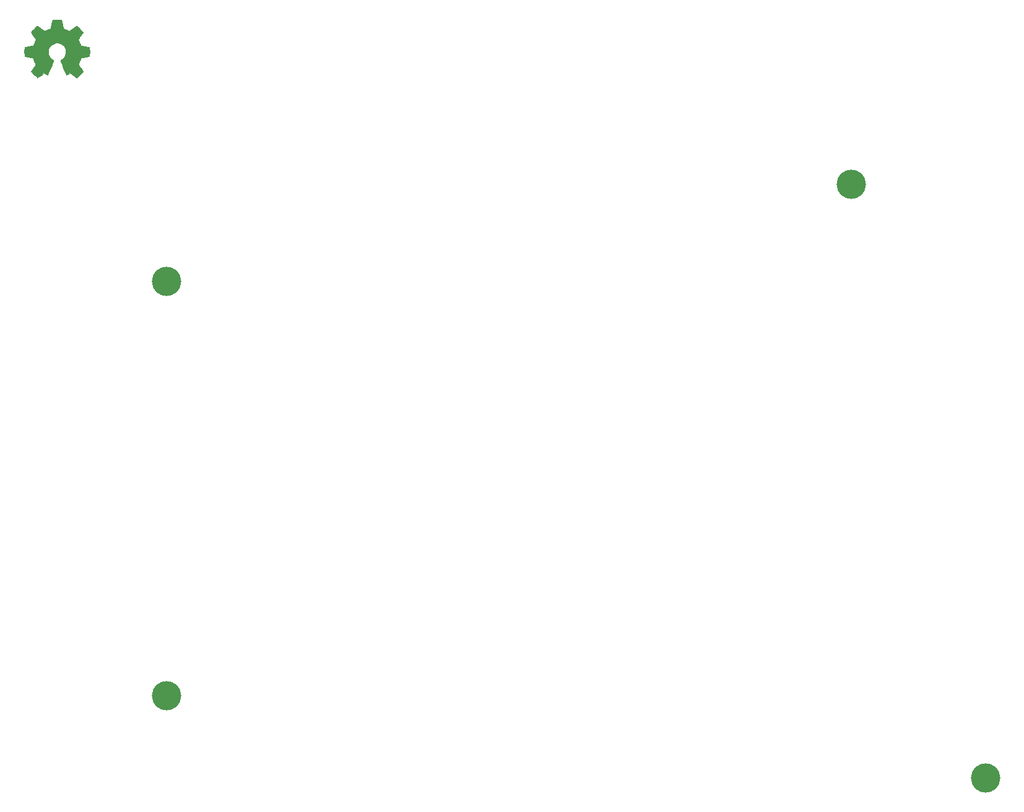
<source format=gbs>
G04 #@! TF.GenerationSoftware,KiCad,Pcbnew,(5.1.5)-3*
G04 #@! TF.CreationDate,2020-05-15T01:32:17+04:00*
G04 #@! TF.ProjectId,redox_rev2_ng-BOTTOM,7265646f-785f-4726-9576-325f6e672d42,2.0 NG*
G04 #@! TF.SameCoordinates,Original*
G04 #@! TF.FileFunction,Soldermask,Bot*
G04 #@! TF.FilePolarity,Negative*
%FSLAX46Y46*%
G04 Gerber Fmt 4.6, Leading zero omitted, Abs format (unit mm)*
G04 Created by KiCad (PCBNEW (5.1.5)-3) date 2020-05-15 01:32:17*
%MOMM*%
%LPD*%
G04 APERTURE LIST*
%ADD10C,0.010000*%
%ADD11C,4.000000*%
G04 APERTURE END LIST*
D10*
G36*
X86553464Y-39750427D02*
G01*
X86440882Y-40347618D01*
X86025469Y-40518865D01*
X85610055Y-40690112D01*
X85111698Y-40351233D01*
X84972131Y-40256877D01*
X84845971Y-40172630D01*
X84739104Y-40102338D01*
X84657417Y-40049847D01*
X84606798Y-40019004D01*
X84593013Y-40012353D01*
X84568179Y-40029458D01*
X84515111Y-40076744D01*
X84439759Y-40148172D01*
X84348070Y-40237700D01*
X84245992Y-40339289D01*
X84139473Y-40446898D01*
X84034463Y-40554487D01*
X83936908Y-40656015D01*
X83852757Y-40745441D01*
X83787959Y-40816726D01*
X83748462Y-40863828D01*
X83739019Y-40879592D01*
X83752608Y-40908653D01*
X83790706Y-40972321D01*
X83849306Y-41064367D01*
X83924402Y-41178564D01*
X84011991Y-41308684D01*
X84062745Y-41382901D01*
X84155254Y-41518422D01*
X84237459Y-41640716D01*
X84305369Y-41743695D01*
X84354999Y-41821273D01*
X84382359Y-41867361D01*
X84386470Y-41877047D01*
X84377150Y-41904574D01*
X84351745Y-41968728D01*
X84314088Y-42060490D01*
X84268013Y-42170839D01*
X84217353Y-42290755D01*
X84165940Y-42411219D01*
X84117610Y-42523209D01*
X84076193Y-42617707D01*
X84045525Y-42685692D01*
X84029438Y-42718143D01*
X84028488Y-42719420D01*
X84003227Y-42725617D01*
X83935954Y-42739440D01*
X83833639Y-42759532D01*
X83703258Y-42784534D01*
X83551783Y-42813086D01*
X83463406Y-42829551D01*
X83301547Y-42860369D01*
X83155350Y-42889694D01*
X83032212Y-42915921D01*
X82939530Y-42937446D01*
X82884698Y-42952665D01*
X82873676Y-42957493D01*
X82862881Y-42990174D01*
X82854170Y-43063985D01*
X82847539Y-43170292D01*
X82842981Y-43300467D01*
X82840490Y-43445876D01*
X82840061Y-43597890D01*
X82841688Y-43747877D01*
X82845364Y-43887206D01*
X82851084Y-44007245D01*
X82858842Y-44099365D01*
X82868631Y-44154932D01*
X82874503Y-44166500D01*
X82909600Y-44180365D01*
X82983971Y-44200188D01*
X83087776Y-44223639D01*
X83211180Y-44248391D01*
X83254258Y-44256398D01*
X83461952Y-44294441D01*
X83626015Y-44325079D01*
X83751869Y-44349529D01*
X83844934Y-44369009D01*
X83910632Y-44384736D01*
X83954382Y-44397928D01*
X83981607Y-44409804D01*
X83997727Y-44421580D01*
X83999982Y-44423908D01*
X84022496Y-44461400D01*
X84056841Y-44534365D01*
X84099588Y-44633867D01*
X84147307Y-44750973D01*
X84196569Y-44876748D01*
X84243944Y-45002257D01*
X84286004Y-45118565D01*
X84319319Y-45216739D01*
X84340458Y-45287843D01*
X84345994Y-45322942D01*
X84345533Y-45324172D01*
X84326776Y-45352861D01*
X84284223Y-45415985D01*
X84222346Y-45506973D01*
X84145617Y-45619255D01*
X84058508Y-45746260D01*
X84033701Y-45782353D01*
X83945247Y-45913203D01*
X83867411Y-46032591D01*
X83804433Y-46133662D01*
X83760554Y-46209559D01*
X83740014Y-46253427D01*
X83739019Y-46258817D01*
X83756277Y-46287144D01*
X83803964Y-46343261D01*
X83875949Y-46421137D01*
X83966102Y-46514740D01*
X84068294Y-46618041D01*
X84176394Y-46725006D01*
X84284271Y-46829606D01*
X84385795Y-46925809D01*
X84474837Y-47007584D01*
X84545266Y-47068900D01*
X84590952Y-47103726D01*
X84603590Y-47109412D01*
X84633008Y-47096020D01*
X84693238Y-47059899D01*
X84774470Y-47007136D01*
X84836969Y-46964667D01*
X84950214Y-46886740D01*
X85084325Y-46794984D01*
X85218844Y-46703375D01*
X85291166Y-46654346D01*
X85535961Y-46488770D01*
X85741449Y-46599875D01*
X85835063Y-46648548D01*
X85914669Y-46686381D01*
X85968532Y-46707958D01*
X85982242Y-46710961D01*
X85998729Y-46688793D01*
X86031254Y-46626149D01*
X86077391Y-46528809D01*
X86134709Y-46402549D01*
X86200783Y-46253150D01*
X86273184Y-46086388D01*
X86349483Y-45908042D01*
X86427253Y-45723891D01*
X86504065Y-45539712D01*
X86577493Y-45361285D01*
X86645107Y-45194387D01*
X86704479Y-45044797D01*
X86753183Y-44918293D01*
X86788789Y-44820654D01*
X86808869Y-44757657D01*
X86812099Y-44736021D01*
X86786503Y-44708424D01*
X86730461Y-44663625D01*
X86655688Y-44610934D01*
X86649412Y-44606765D01*
X86456154Y-44452069D01*
X86300325Y-44271591D01*
X86183275Y-44071102D01*
X86106354Y-43856374D01*
X86070913Y-43633177D01*
X86078302Y-43407281D01*
X86129872Y-43184459D01*
X86226973Y-42970479D01*
X86255541Y-42923664D01*
X86404131Y-42734618D01*
X86579672Y-42582812D01*
X86776089Y-42469034D01*
X86987306Y-42394075D01*
X87207246Y-42358722D01*
X87429836Y-42363767D01*
X87648998Y-42409999D01*
X87858657Y-42498206D01*
X88052738Y-42629179D01*
X88112773Y-42682337D01*
X88265564Y-42848739D01*
X88376902Y-43023912D01*
X88453276Y-43220266D01*
X88495812Y-43414717D01*
X88506313Y-43633342D01*
X88471299Y-43853052D01*
X88394326Y-44066420D01*
X88278952Y-44266022D01*
X88128734Y-44444429D01*
X87947226Y-44594217D01*
X87923372Y-44610006D01*
X87847798Y-44661712D01*
X87790348Y-44706512D01*
X87762882Y-44735117D01*
X87762482Y-44736021D01*
X87768379Y-44766964D01*
X87791754Y-44837191D01*
X87830178Y-44940925D01*
X87881222Y-45072390D01*
X87942457Y-45225807D01*
X88011455Y-45395401D01*
X88085786Y-45575393D01*
X88163021Y-45760008D01*
X88240731Y-45943468D01*
X88316488Y-46119996D01*
X88387862Y-46283814D01*
X88452425Y-46429147D01*
X88507747Y-46550217D01*
X88551399Y-46641247D01*
X88580953Y-46696460D01*
X88592855Y-46710961D01*
X88629222Y-46699669D01*
X88697269Y-46669385D01*
X88785263Y-46625520D01*
X88833649Y-46599875D01*
X89039136Y-46488770D01*
X89283931Y-46654346D01*
X89408893Y-46739170D01*
X89545704Y-46832516D01*
X89673911Y-46920408D01*
X89738128Y-46964667D01*
X89828448Y-47025318D01*
X89904928Y-47073381D01*
X89957592Y-47102770D01*
X89974697Y-47108982D01*
X89999594Y-47092223D01*
X90054694Y-47045436D01*
X90134656Y-46973480D01*
X90234139Y-46881212D01*
X90347799Y-46773490D01*
X90419684Y-46704326D01*
X90545448Y-46580757D01*
X90654136Y-46470234D01*
X90741354Y-46377485D01*
X90802710Y-46307237D01*
X90833808Y-46264220D01*
X90836791Y-46255490D01*
X90822946Y-46222284D01*
X90784687Y-46155142D01*
X90726258Y-46060863D01*
X90651902Y-45946245D01*
X90565864Y-45818083D01*
X90541397Y-45782353D01*
X90452245Y-45652489D01*
X90372261Y-45535569D01*
X90305919Y-45438162D01*
X90257688Y-45366839D01*
X90232042Y-45328170D01*
X90229564Y-45324172D01*
X90233270Y-45293355D01*
X90252938Y-45225599D01*
X90285139Y-45129839D01*
X90326444Y-45015009D01*
X90373424Y-44890044D01*
X90422650Y-44763879D01*
X90470691Y-44645448D01*
X90514118Y-44543685D01*
X90549503Y-44467526D01*
X90573415Y-44425904D01*
X90575115Y-44423908D01*
X90589737Y-44412013D01*
X90614434Y-44400250D01*
X90654627Y-44387401D01*
X90715736Y-44372249D01*
X90803182Y-44353576D01*
X90922387Y-44330165D01*
X91078772Y-44300797D01*
X91277756Y-44264255D01*
X91320839Y-44256398D01*
X91448529Y-44231727D01*
X91559846Y-44207593D01*
X91644954Y-44186324D01*
X91694016Y-44170248D01*
X91700594Y-44166500D01*
X91711435Y-44133273D01*
X91720246Y-44059021D01*
X91727023Y-43952376D01*
X91731759Y-43821967D01*
X91734449Y-43676427D01*
X91735086Y-43524386D01*
X91733665Y-43374476D01*
X91730179Y-43235328D01*
X91724623Y-43115572D01*
X91716991Y-43023841D01*
X91707277Y-42968766D01*
X91701421Y-42957493D01*
X91668819Y-42946123D01*
X91594581Y-42927624D01*
X91486103Y-42903602D01*
X91350782Y-42875662D01*
X91196014Y-42845408D01*
X91111692Y-42829551D01*
X90951703Y-42799644D01*
X90809032Y-42772550D01*
X90690651Y-42749631D01*
X90603534Y-42732243D01*
X90554654Y-42721747D01*
X90546609Y-42719420D01*
X90533012Y-42693186D01*
X90504270Y-42629995D01*
X90464214Y-42538877D01*
X90416675Y-42428857D01*
X90365484Y-42308965D01*
X90314473Y-42188227D01*
X90267473Y-42075671D01*
X90228315Y-41980326D01*
X90200830Y-41911217D01*
X90188850Y-41877374D01*
X90188627Y-41875895D01*
X90202208Y-41849197D01*
X90240284Y-41787760D01*
X90298852Y-41697689D01*
X90373911Y-41585090D01*
X90461459Y-41456070D01*
X90512352Y-41381961D01*
X90605090Y-41246077D01*
X90687458Y-41122709D01*
X90755438Y-41018097D01*
X90805011Y-40938483D01*
X90832157Y-40890107D01*
X90836078Y-40879262D01*
X90819224Y-40854020D01*
X90772631Y-40800124D01*
X90702251Y-40723613D01*
X90614034Y-40630523D01*
X90513934Y-40526895D01*
X90407901Y-40418764D01*
X90301888Y-40312170D01*
X90201847Y-40213150D01*
X90113729Y-40127742D01*
X90043486Y-40061985D01*
X89997071Y-40021916D01*
X89981543Y-40012353D01*
X89956260Y-40025800D01*
X89895788Y-40063575D01*
X89806007Y-40121835D01*
X89692796Y-40196734D01*
X89562036Y-40284425D01*
X89463400Y-40351233D01*
X88965042Y-40690112D01*
X88549629Y-40518865D01*
X88134215Y-40347618D01*
X88021633Y-39750427D01*
X87909050Y-39153235D01*
X86666047Y-39153235D01*
X86553464Y-39750427D01*
G37*
X86553464Y-39750427D02*
X86440882Y-40347618D01*
X86025469Y-40518865D01*
X85610055Y-40690112D01*
X85111698Y-40351233D01*
X84972131Y-40256877D01*
X84845971Y-40172630D01*
X84739104Y-40102338D01*
X84657417Y-40049847D01*
X84606798Y-40019004D01*
X84593013Y-40012353D01*
X84568179Y-40029458D01*
X84515111Y-40076744D01*
X84439759Y-40148172D01*
X84348070Y-40237700D01*
X84245992Y-40339289D01*
X84139473Y-40446898D01*
X84034463Y-40554487D01*
X83936908Y-40656015D01*
X83852757Y-40745441D01*
X83787959Y-40816726D01*
X83748462Y-40863828D01*
X83739019Y-40879592D01*
X83752608Y-40908653D01*
X83790706Y-40972321D01*
X83849306Y-41064367D01*
X83924402Y-41178564D01*
X84011991Y-41308684D01*
X84062745Y-41382901D01*
X84155254Y-41518422D01*
X84237459Y-41640716D01*
X84305369Y-41743695D01*
X84354999Y-41821273D01*
X84382359Y-41867361D01*
X84386470Y-41877047D01*
X84377150Y-41904574D01*
X84351745Y-41968728D01*
X84314088Y-42060490D01*
X84268013Y-42170839D01*
X84217353Y-42290755D01*
X84165940Y-42411219D01*
X84117610Y-42523209D01*
X84076193Y-42617707D01*
X84045525Y-42685692D01*
X84029438Y-42718143D01*
X84028488Y-42719420D01*
X84003227Y-42725617D01*
X83935954Y-42739440D01*
X83833639Y-42759532D01*
X83703258Y-42784534D01*
X83551783Y-42813086D01*
X83463406Y-42829551D01*
X83301547Y-42860369D01*
X83155350Y-42889694D01*
X83032212Y-42915921D01*
X82939530Y-42937446D01*
X82884698Y-42952665D01*
X82873676Y-42957493D01*
X82862881Y-42990174D01*
X82854170Y-43063985D01*
X82847539Y-43170292D01*
X82842981Y-43300467D01*
X82840490Y-43445876D01*
X82840061Y-43597890D01*
X82841688Y-43747877D01*
X82845364Y-43887206D01*
X82851084Y-44007245D01*
X82858842Y-44099365D01*
X82868631Y-44154932D01*
X82874503Y-44166500D01*
X82909600Y-44180365D01*
X82983971Y-44200188D01*
X83087776Y-44223639D01*
X83211180Y-44248391D01*
X83254258Y-44256398D01*
X83461952Y-44294441D01*
X83626015Y-44325079D01*
X83751869Y-44349529D01*
X83844934Y-44369009D01*
X83910632Y-44384736D01*
X83954382Y-44397928D01*
X83981607Y-44409804D01*
X83997727Y-44421580D01*
X83999982Y-44423908D01*
X84022496Y-44461400D01*
X84056841Y-44534365D01*
X84099588Y-44633867D01*
X84147307Y-44750973D01*
X84196569Y-44876748D01*
X84243944Y-45002257D01*
X84286004Y-45118565D01*
X84319319Y-45216739D01*
X84340458Y-45287843D01*
X84345994Y-45322942D01*
X84345533Y-45324172D01*
X84326776Y-45352861D01*
X84284223Y-45415985D01*
X84222346Y-45506973D01*
X84145617Y-45619255D01*
X84058508Y-45746260D01*
X84033701Y-45782353D01*
X83945247Y-45913203D01*
X83867411Y-46032591D01*
X83804433Y-46133662D01*
X83760554Y-46209559D01*
X83740014Y-46253427D01*
X83739019Y-46258817D01*
X83756277Y-46287144D01*
X83803964Y-46343261D01*
X83875949Y-46421137D01*
X83966102Y-46514740D01*
X84068294Y-46618041D01*
X84176394Y-46725006D01*
X84284271Y-46829606D01*
X84385795Y-46925809D01*
X84474837Y-47007584D01*
X84545266Y-47068900D01*
X84590952Y-47103726D01*
X84603590Y-47109412D01*
X84633008Y-47096020D01*
X84693238Y-47059899D01*
X84774470Y-47007136D01*
X84836969Y-46964667D01*
X84950214Y-46886740D01*
X85084325Y-46794984D01*
X85218844Y-46703375D01*
X85291166Y-46654346D01*
X85535961Y-46488770D01*
X85741449Y-46599875D01*
X85835063Y-46648548D01*
X85914669Y-46686381D01*
X85968532Y-46707958D01*
X85982242Y-46710961D01*
X85998729Y-46688793D01*
X86031254Y-46626149D01*
X86077391Y-46528809D01*
X86134709Y-46402549D01*
X86200783Y-46253150D01*
X86273184Y-46086388D01*
X86349483Y-45908042D01*
X86427253Y-45723891D01*
X86504065Y-45539712D01*
X86577493Y-45361285D01*
X86645107Y-45194387D01*
X86704479Y-45044797D01*
X86753183Y-44918293D01*
X86788789Y-44820654D01*
X86808869Y-44757657D01*
X86812099Y-44736021D01*
X86786503Y-44708424D01*
X86730461Y-44663625D01*
X86655688Y-44610934D01*
X86649412Y-44606765D01*
X86456154Y-44452069D01*
X86300325Y-44271591D01*
X86183275Y-44071102D01*
X86106354Y-43856374D01*
X86070913Y-43633177D01*
X86078302Y-43407281D01*
X86129872Y-43184459D01*
X86226973Y-42970479D01*
X86255541Y-42923664D01*
X86404131Y-42734618D01*
X86579672Y-42582812D01*
X86776089Y-42469034D01*
X86987306Y-42394075D01*
X87207246Y-42358722D01*
X87429836Y-42363767D01*
X87648998Y-42409999D01*
X87858657Y-42498206D01*
X88052738Y-42629179D01*
X88112773Y-42682337D01*
X88265564Y-42848739D01*
X88376902Y-43023912D01*
X88453276Y-43220266D01*
X88495812Y-43414717D01*
X88506313Y-43633342D01*
X88471299Y-43853052D01*
X88394326Y-44066420D01*
X88278952Y-44266022D01*
X88128734Y-44444429D01*
X87947226Y-44594217D01*
X87923372Y-44610006D01*
X87847798Y-44661712D01*
X87790348Y-44706512D01*
X87762882Y-44735117D01*
X87762482Y-44736021D01*
X87768379Y-44766964D01*
X87791754Y-44837191D01*
X87830178Y-44940925D01*
X87881222Y-45072390D01*
X87942457Y-45225807D01*
X88011455Y-45395401D01*
X88085786Y-45575393D01*
X88163021Y-45760008D01*
X88240731Y-45943468D01*
X88316488Y-46119996D01*
X88387862Y-46283814D01*
X88452425Y-46429147D01*
X88507747Y-46550217D01*
X88551399Y-46641247D01*
X88580953Y-46696460D01*
X88592855Y-46710961D01*
X88629222Y-46699669D01*
X88697269Y-46669385D01*
X88785263Y-46625520D01*
X88833649Y-46599875D01*
X89039136Y-46488770D01*
X89283931Y-46654346D01*
X89408893Y-46739170D01*
X89545704Y-46832516D01*
X89673911Y-46920408D01*
X89738128Y-46964667D01*
X89828448Y-47025318D01*
X89904928Y-47073381D01*
X89957592Y-47102770D01*
X89974697Y-47108982D01*
X89999594Y-47092223D01*
X90054694Y-47045436D01*
X90134656Y-46973480D01*
X90234139Y-46881212D01*
X90347799Y-46773490D01*
X90419684Y-46704326D01*
X90545448Y-46580757D01*
X90654136Y-46470234D01*
X90741354Y-46377485D01*
X90802710Y-46307237D01*
X90833808Y-46264220D01*
X90836791Y-46255490D01*
X90822946Y-46222284D01*
X90784687Y-46155142D01*
X90726258Y-46060863D01*
X90651902Y-45946245D01*
X90565864Y-45818083D01*
X90541397Y-45782353D01*
X90452245Y-45652489D01*
X90372261Y-45535569D01*
X90305919Y-45438162D01*
X90257688Y-45366839D01*
X90232042Y-45328170D01*
X90229564Y-45324172D01*
X90233270Y-45293355D01*
X90252938Y-45225599D01*
X90285139Y-45129839D01*
X90326444Y-45015009D01*
X90373424Y-44890044D01*
X90422650Y-44763879D01*
X90470691Y-44645448D01*
X90514118Y-44543685D01*
X90549503Y-44467526D01*
X90573415Y-44425904D01*
X90575115Y-44423908D01*
X90589737Y-44412013D01*
X90614434Y-44400250D01*
X90654627Y-44387401D01*
X90715736Y-44372249D01*
X90803182Y-44353576D01*
X90922387Y-44330165D01*
X91078772Y-44300797D01*
X91277756Y-44264255D01*
X91320839Y-44256398D01*
X91448529Y-44231727D01*
X91559846Y-44207593D01*
X91644954Y-44186324D01*
X91694016Y-44170248D01*
X91700594Y-44166500D01*
X91711435Y-44133273D01*
X91720246Y-44059021D01*
X91727023Y-43952376D01*
X91731759Y-43821967D01*
X91734449Y-43676427D01*
X91735086Y-43524386D01*
X91733665Y-43374476D01*
X91730179Y-43235328D01*
X91724623Y-43115572D01*
X91716991Y-43023841D01*
X91707277Y-42968766D01*
X91701421Y-42957493D01*
X91668819Y-42946123D01*
X91594581Y-42927624D01*
X91486103Y-42903602D01*
X91350782Y-42875662D01*
X91196014Y-42845408D01*
X91111692Y-42829551D01*
X90951703Y-42799644D01*
X90809032Y-42772550D01*
X90690651Y-42749631D01*
X90603534Y-42732243D01*
X90554654Y-42721747D01*
X90546609Y-42719420D01*
X90533012Y-42693186D01*
X90504270Y-42629995D01*
X90464214Y-42538877D01*
X90416675Y-42428857D01*
X90365484Y-42308965D01*
X90314473Y-42188227D01*
X90267473Y-42075671D01*
X90228315Y-41980326D01*
X90200830Y-41911217D01*
X90188850Y-41877374D01*
X90188627Y-41875895D01*
X90202208Y-41849197D01*
X90240284Y-41787760D01*
X90298852Y-41697689D01*
X90373911Y-41585090D01*
X90461459Y-41456070D01*
X90512352Y-41381961D01*
X90605090Y-41246077D01*
X90687458Y-41122709D01*
X90755438Y-41018097D01*
X90805011Y-40938483D01*
X90832157Y-40890107D01*
X90836078Y-40879262D01*
X90819224Y-40854020D01*
X90772631Y-40800124D01*
X90702251Y-40723613D01*
X90614034Y-40630523D01*
X90513934Y-40526895D01*
X90407901Y-40418764D01*
X90301888Y-40312170D01*
X90201847Y-40213150D01*
X90113729Y-40127742D01*
X90043486Y-40061985D01*
X89997071Y-40021916D01*
X89981543Y-40012353D01*
X89956260Y-40025800D01*
X89895788Y-40063575D01*
X89806007Y-40121835D01*
X89692796Y-40196734D01*
X89562036Y-40284425D01*
X89463400Y-40351233D01*
X88965042Y-40690112D01*
X88549629Y-40518865D01*
X88134215Y-40347618D01*
X88021633Y-39750427D01*
X87909050Y-39153235D01*
X86666047Y-39153235D01*
X86553464Y-39750427D01*
D11*
X195900000Y-61700000D03*
X214250000Y-143000000D03*
X102235000Y-131725000D03*
X102235000Y-75000000D03*
M02*

</source>
